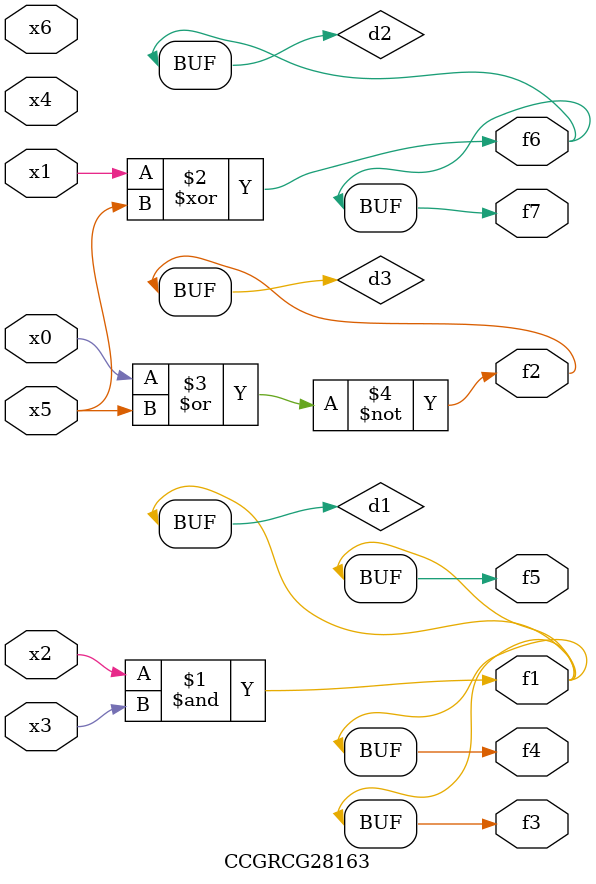
<source format=v>
module CCGRCG28163(
	input x0, x1, x2, x3, x4, x5, x6,
	output f1, f2, f3, f4, f5, f6, f7
);

	wire d1, d2, d3;

	and (d1, x2, x3);
	xor (d2, x1, x5);
	nor (d3, x0, x5);
	assign f1 = d1;
	assign f2 = d3;
	assign f3 = d1;
	assign f4 = d1;
	assign f5 = d1;
	assign f6 = d2;
	assign f7 = d2;
endmodule

</source>
